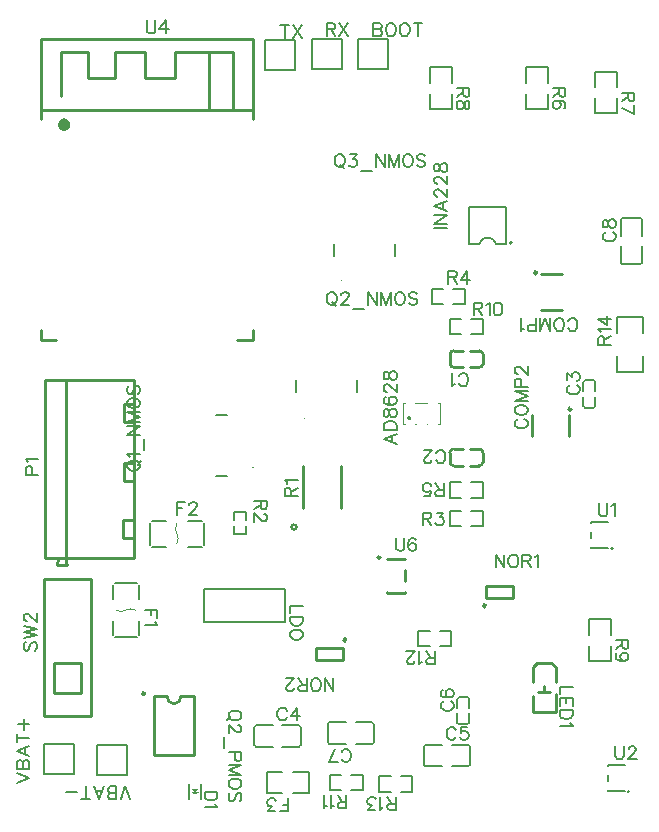
<source format=gto>
G04 Layer: TopSilkscreenLayer*
G04 EasyEDA v6.5.50, 2025-05-28 03:44:33*
G04 481f8348a4b54ded82698d34e4f8dad8,511818ccc1ea462d976f425f61ebd680,10*
G04 Gerber Generator version 0.2*
G04 Scale: 100 percent, Rotated: No, Reflected: No *
G04 Dimensions in millimeters *
G04 leading zeros omitted , absolute positions ,4 integer and 5 decimal *
%FSLAX45Y45*%
%MOMM*%

%ADD10C,0.1524*%
%ADD11C,0.1000*%
%ADD12C,0.2032*%
%ADD13C,0.2030*%
%ADD14C,0.2540*%
%ADD15C,0.1300*%
%ADD16C,0.1500*%
%ADD17C,0.1999*%
%ADD18C,0.1520*%
%ADD19C,0.0762*%
%ADD20C,0.2489*%
%ADD21C,0.1001*%
%ADD22C,0.2000*%
%ADD23C,0.2400*%
%ADD24C,0.0132*%

%LPD*%
D10*
X4596384Y6239255D02*
G01*
X4705350Y6197600D01*
X4596384Y6239255D02*
G01*
X4705350Y6280657D01*
X4669027Y6213094D02*
G01*
X4669027Y6265163D01*
X4596384Y6314947D02*
G01*
X4705350Y6314947D01*
X4596384Y6314947D02*
G01*
X4596384Y6351270D01*
X4601463Y6367018D01*
X4611877Y6377431D01*
X4622291Y6382512D01*
X4638040Y6387845D01*
X4663947Y6387845D01*
X4679441Y6382512D01*
X4689856Y6377431D01*
X4700270Y6367018D01*
X4705350Y6351270D01*
X4705350Y6314947D01*
X4596384Y6448044D02*
G01*
X4601463Y6432550D01*
X4611877Y6427215D01*
X4622291Y6427215D01*
X4632706Y6432550D01*
X4638040Y6442710D01*
X4643120Y6463537D01*
X4648200Y6479286D01*
X4658613Y6489700D01*
X4669027Y6494779D01*
X4684775Y6494779D01*
X4695190Y6489700D01*
X4700270Y6484365D01*
X4705350Y6468871D01*
X4705350Y6448044D01*
X4700270Y6432550D01*
X4695190Y6427215D01*
X4684775Y6422136D01*
X4669027Y6422136D01*
X4658613Y6427215D01*
X4648200Y6437629D01*
X4643120Y6453123D01*
X4638040Y6473952D01*
X4632706Y6484365D01*
X4622291Y6489700D01*
X4611877Y6489700D01*
X4601463Y6484365D01*
X4596384Y6468871D01*
X4596384Y6448044D01*
X4611877Y6591300D02*
G01*
X4601463Y6586220D01*
X4596384Y6570726D01*
X4596384Y6560312D01*
X4601463Y6544563D01*
X4617211Y6534150D01*
X4643120Y6529070D01*
X4669027Y6529070D01*
X4689856Y6534150D01*
X4700270Y6544563D01*
X4705350Y6560312D01*
X4705350Y6565392D01*
X4700270Y6581139D01*
X4689856Y6591300D01*
X4674361Y6596634D01*
X4669027Y6596634D01*
X4653534Y6591300D01*
X4643120Y6581139D01*
X4638040Y6565392D01*
X4638040Y6560312D01*
X4643120Y6544563D01*
X4653534Y6534150D01*
X4669027Y6529070D01*
X4622291Y6636004D02*
G01*
X4617211Y6636004D01*
X4606797Y6641337D01*
X4601463Y6646418D01*
X4596384Y6656831D01*
X4596384Y6677660D01*
X4601463Y6688073D01*
X4606797Y6693154D01*
X4617211Y6698487D01*
X4627625Y6698487D01*
X4638040Y6693154D01*
X4653534Y6682739D01*
X4705350Y6630923D01*
X4705350Y6703568D01*
X4596384Y6764020D02*
G01*
X4601463Y6748271D01*
X4611877Y6743192D01*
X4622291Y6743192D01*
X4632706Y6748271D01*
X4638040Y6758686D01*
X4643120Y6779513D01*
X4648200Y6795008D01*
X4658613Y6805421D01*
X4669027Y6810755D01*
X4684775Y6810755D01*
X4695190Y6805421D01*
X4700270Y6800342D01*
X4705350Y6784594D01*
X4705350Y6764020D01*
X4700270Y6748271D01*
X4695190Y6743192D01*
X4684775Y6737858D01*
X4669027Y6737858D01*
X4658613Y6743192D01*
X4648200Y6753605D01*
X4643120Y6769100D01*
X4638040Y6789928D01*
X4632706Y6800342D01*
X4622291Y6805421D01*
X4611877Y6805421D01*
X4601463Y6800342D01*
X4596384Y6784594D01*
X4596384Y6764020D01*
X4508500Y9757155D02*
G01*
X4508500Y9648189D01*
X4508500Y9757155D02*
G01*
X4555236Y9757155D01*
X4570729Y9752076D01*
X4576063Y9746742D01*
X4581143Y9736328D01*
X4581143Y9725913D01*
X4576063Y9715500D01*
X4570729Y9710420D01*
X4555236Y9705339D01*
X4508500Y9705339D02*
G01*
X4555236Y9705339D01*
X4570729Y9700005D01*
X4576063Y9694926D01*
X4581143Y9684512D01*
X4581143Y9668763D01*
X4576063Y9658350D01*
X4570729Y9653270D01*
X4555236Y9648189D01*
X4508500Y9648189D01*
X4646675Y9757155D02*
G01*
X4636261Y9752076D01*
X4625847Y9741662D01*
X4620768Y9731247D01*
X4615434Y9715500D01*
X4615434Y9689592D01*
X4620768Y9674097D01*
X4625847Y9663684D01*
X4636261Y9653270D01*
X4646675Y9648189D01*
X4667504Y9648189D01*
X4677918Y9653270D01*
X4688331Y9663684D01*
X4693411Y9674097D01*
X4698745Y9689592D01*
X4698745Y9715500D01*
X4693411Y9731247D01*
X4688331Y9741662D01*
X4677918Y9752076D01*
X4667504Y9757155D01*
X4646675Y9757155D01*
X4764024Y9757155D02*
G01*
X4753609Y9752076D01*
X4743450Y9741662D01*
X4738115Y9731247D01*
X4733036Y9715500D01*
X4733036Y9689592D01*
X4738115Y9674097D01*
X4743450Y9663684D01*
X4753609Y9653270D01*
X4764024Y9648189D01*
X4784852Y9648189D01*
X4795265Y9653270D01*
X4805679Y9663684D01*
X4810759Y9674097D01*
X4816093Y9689592D01*
X4816093Y9715500D01*
X4810759Y9731247D01*
X4805679Y9741662D01*
X4795265Y9752076D01*
X4784852Y9757155D01*
X4764024Y9757155D01*
X4886706Y9757155D02*
G01*
X4886706Y9648189D01*
X4850384Y9757155D02*
G01*
X4923027Y9757155D01*
X4114800Y9757155D02*
G01*
X4114800Y9648189D01*
X4114800Y9757155D02*
G01*
X4161536Y9757155D01*
X4177029Y9752076D01*
X4182363Y9746742D01*
X4187443Y9736328D01*
X4187443Y9725913D01*
X4182363Y9715500D01*
X4177029Y9710420D01*
X4161536Y9705339D01*
X4114800Y9705339D01*
X4151122Y9705339D02*
G01*
X4187443Y9648189D01*
X4221734Y9757155D02*
G01*
X4294631Y9648189D01*
X4294631Y9757155D02*
G01*
X4221734Y9648189D01*
X3757422Y9744455D02*
G01*
X3757422Y9635489D01*
X3721100Y9744455D02*
G01*
X3793743Y9744455D01*
X3828034Y9744455D02*
G01*
X3900931Y9635489D01*
X3900931Y9744455D02*
G01*
X3828034Y9635489D01*
X1488084Y3327400D02*
G01*
X1597050Y3369055D01*
X1488084Y3410457D02*
G01*
X1597050Y3369055D01*
X1488084Y3444747D02*
G01*
X1597050Y3444747D01*
X1488084Y3444747D02*
G01*
X1488084Y3491484D01*
X1493164Y3507231D01*
X1498498Y3512312D01*
X1508912Y3517645D01*
X1519326Y3517645D01*
X1529740Y3512312D01*
X1534820Y3507231D01*
X1539900Y3491484D01*
X1539900Y3444747D02*
G01*
X1539900Y3491484D01*
X1545234Y3507231D01*
X1550314Y3512312D01*
X1560728Y3517645D01*
X1576476Y3517645D01*
X1586890Y3512312D01*
X1591970Y3507231D01*
X1597050Y3491484D01*
X1597050Y3444747D01*
X1488084Y3593337D02*
G01*
X1597050Y3551936D01*
X1488084Y3593337D02*
G01*
X1597050Y3634994D01*
X1560728Y3567429D02*
G01*
X1560728Y3619500D01*
X1488084Y3705605D02*
G01*
X1597050Y3705605D01*
X1488084Y3669284D02*
G01*
X1488084Y3741928D01*
X1503578Y3822954D02*
G01*
X1597050Y3822954D01*
X1550314Y3776218D02*
G01*
X1550314Y3869689D01*
X2451100Y3186684D02*
G01*
X2409443Y3295650D01*
X2368041Y3186684D02*
G01*
X2409443Y3295650D01*
X2333752Y3186684D02*
G01*
X2333752Y3295650D01*
X2333752Y3186684D02*
G01*
X2287015Y3186684D01*
X2271268Y3191763D01*
X2266188Y3197097D01*
X2260854Y3207512D01*
X2260854Y3217926D01*
X2266188Y3228339D01*
X2271268Y3233420D01*
X2287015Y3238500D01*
X2333752Y3238500D02*
G01*
X2287015Y3238500D01*
X2271268Y3243834D01*
X2266188Y3248913D01*
X2260854Y3259328D01*
X2260854Y3275076D01*
X2266188Y3285489D01*
X2271268Y3290570D01*
X2287015Y3295650D01*
X2333752Y3295650D01*
X2185161Y3186684D02*
G01*
X2226563Y3295650D01*
X2185161Y3186684D02*
G01*
X2143506Y3295650D01*
X2211070Y3259328D02*
G01*
X2159000Y3259328D01*
X2072893Y3186684D02*
G01*
X2072893Y3295650D01*
X2109215Y3186684D02*
G01*
X2036572Y3186684D01*
X2002281Y3248913D02*
G01*
X1908810Y3248913D01*
X5231963Y6709410D02*
G01*
X5237297Y6698995D01*
X5247711Y6688581D01*
X5257871Y6683502D01*
X5278699Y6683502D01*
X5289113Y6688581D01*
X5299527Y6698995D01*
X5304861Y6709410D01*
X5309941Y6725158D01*
X5309941Y6751065D01*
X5304861Y6766560D01*
X5299527Y6776973D01*
X5289113Y6787387D01*
X5278699Y6792468D01*
X5257871Y6792468D01*
X5247711Y6787387D01*
X5237297Y6776973D01*
X5231963Y6766560D01*
X5197673Y6704329D02*
G01*
X5187259Y6698995D01*
X5171765Y6683502D01*
X5171765Y6792468D01*
X5040122Y6057392D02*
G01*
X5045456Y6046978D01*
X5055870Y6036563D01*
X5066029Y6031484D01*
X5086858Y6031484D01*
X5097272Y6036563D01*
X5107686Y6046978D01*
X5113020Y6057392D01*
X5118100Y6073139D01*
X5118100Y6099047D01*
X5113020Y6114542D01*
X5107686Y6124955D01*
X5097272Y6135370D01*
X5086858Y6140450D01*
X5066029Y6140450D01*
X5055870Y6135370D01*
X5045456Y6124955D01*
X5040122Y6114542D01*
X5000752Y6057392D02*
G01*
X5000752Y6052312D01*
X4995418Y6041897D01*
X4990338Y6036563D01*
X4979924Y6031484D01*
X4959095Y6031484D01*
X4948681Y6036563D01*
X4943602Y6041897D01*
X4938268Y6052312D01*
X4938268Y6062726D01*
X4943602Y6073139D01*
X4954015Y6088634D01*
X5005831Y6140450D01*
X4933188Y6140450D01*
X6171691Y6694678D02*
G01*
X6161277Y6689344D01*
X6150863Y6678929D01*
X6145784Y6668770D01*
X6145784Y6647942D01*
X6150863Y6637528D01*
X6161277Y6627113D01*
X6171691Y6621779D01*
X6187440Y6616700D01*
X6213347Y6616700D01*
X6228841Y6621779D01*
X6239256Y6627113D01*
X6249670Y6637528D01*
X6254750Y6647942D01*
X6254750Y6668770D01*
X6249670Y6678929D01*
X6239256Y6689344D01*
X6228841Y6694678D01*
X6145784Y6739381D02*
G01*
X6145784Y6796531D01*
X6187440Y6765289D01*
X6187440Y6780784D01*
X6192520Y6791197D01*
X6197600Y6796531D01*
X6213347Y6801612D01*
X6223761Y6801612D01*
X6239256Y6796531D01*
X6249670Y6786118D01*
X6254750Y6770370D01*
X6254750Y6754876D01*
X6249670Y6739381D01*
X6244590Y6734047D01*
X6234175Y6728968D01*
X5104891Y4014978D02*
G01*
X5094477Y4009644D01*
X5084063Y3999229D01*
X5078984Y3989070D01*
X5078984Y3968242D01*
X5084063Y3957828D01*
X5094477Y3947413D01*
X5104891Y3942079D01*
X5120640Y3937000D01*
X5146547Y3937000D01*
X5162041Y3942079D01*
X5172456Y3947413D01*
X5182870Y3957828D01*
X5187950Y3968242D01*
X5187950Y3989070D01*
X5182870Y3999229D01*
X5172456Y4009644D01*
X5162041Y4014978D01*
X5094477Y4111497D02*
G01*
X5084063Y4106418D01*
X5078984Y4090670D01*
X5078984Y4080510D01*
X5084063Y4064762D01*
X5099811Y4054347D01*
X5125720Y4049268D01*
X5151627Y4049268D01*
X5172456Y4054347D01*
X5182870Y4064762D01*
X5187950Y4080510D01*
X5187950Y4085589D01*
X5182870Y4101084D01*
X5172456Y4111497D01*
X5156961Y4116831D01*
X5151627Y4116831D01*
X5136134Y4111497D01*
X5125720Y4101084D01*
X5120640Y4085589D01*
X5120640Y4080510D01*
X5125720Y4064762D01*
X5136134Y4054347D01*
X5151627Y4049268D01*
X3773677Y3937507D02*
G01*
X3768343Y3947921D01*
X3757929Y3958336D01*
X3747770Y3963415D01*
X3726941Y3963415D01*
X3716527Y3958336D01*
X3706113Y3947921D01*
X3700779Y3937507D01*
X3695700Y3921760D01*
X3695700Y3895852D01*
X3700779Y3880357D01*
X3706113Y3869944D01*
X3716527Y3859529D01*
X3726941Y3854450D01*
X3747770Y3854450D01*
X3757929Y3859529D01*
X3768343Y3869944D01*
X3773677Y3880357D01*
X3859784Y3963415D02*
G01*
X3807968Y3890771D01*
X3885945Y3890771D01*
X3859784Y3963415D02*
G01*
X3859784Y3854450D01*
X5208777Y3772407D02*
G01*
X5203443Y3782821D01*
X5193029Y3793236D01*
X5182870Y3798315D01*
X5162041Y3798315D01*
X5151627Y3793236D01*
X5141213Y3782821D01*
X5135879Y3772407D01*
X5130800Y3756660D01*
X5130800Y3730752D01*
X5135879Y3715257D01*
X5141213Y3704844D01*
X5151627Y3694429D01*
X5162041Y3689350D01*
X5182870Y3689350D01*
X5193029Y3694429D01*
X5203443Y3704844D01*
X5208777Y3715257D01*
X5305297Y3798315D02*
G01*
X5253481Y3798315D01*
X5248147Y3751579D01*
X5253481Y3756660D01*
X5268975Y3761994D01*
X5284470Y3761994D01*
X5300218Y3756660D01*
X5310631Y3746500D01*
X5315711Y3730752D01*
X5315711Y3720337D01*
X5310631Y3704844D01*
X5300218Y3694429D01*
X5284470Y3689350D01*
X5268975Y3689350D01*
X5253481Y3694429D01*
X5248147Y3699510D01*
X5243068Y3709923D01*
X4240022Y3530092D02*
G01*
X4245356Y3519678D01*
X4255770Y3509263D01*
X4265929Y3504184D01*
X4286758Y3504184D01*
X4297172Y3509263D01*
X4307586Y3519678D01*
X4312920Y3530092D01*
X4318000Y3545839D01*
X4318000Y3571747D01*
X4312920Y3587242D01*
X4307586Y3597655D01*
X4297172Y3608070D01*
X4286758Y3613150D01*
X4265929Y3613150D01*
X4255770Y3608070D01*
X4245356Y3597655D01*
X4240022Y3587242D01*
X4133088Y3504184D02*
G01*
X4184904Y3613150D01*
X4205731Y3504184D02*
G01*
X4133088Y3504184D01*
X6476491Y7990078D02*
G01*
X6466077Y7984744D01*
X6455663Y7974329D01*
X6450584Y7964170D01*
X6450584Y7943342D01*
X6455663Y7932928D01*
X6466077Y7922513D01*
X6476491Y7917179D01*
X6492240Y7912100D01*
X6518147Y7912100D01*
X6533641Y7917179D01*
X6544056Y7922513D01*
X6554470Y7932928D01*
X6559550Y7943342D01*
X6559550Y7964170D01*
X6554470Y7974329D01*
X6544056Y7984744D01*
X6533641Y7990078D01*
X6450584Y8050276D02*
G01*
X6455663Y8034781D01*
X6466077Y8029447D01*
X6476491Y8029447D01*
X6486906Y8034781D01*
X6492240Y8045195D01*
X6497320Y8065770D01*
X6502400Y8081518D01*
X6512813Y8091931D01*
X6523227Y8097012D01*
X6538975Y8097012D01*
X6549390Y8091931D01*
X6554470Y8086597D01*
X6559550Y8071104D01*
X6559550Y8050276D01*
X6554470Y8034781D01*
X6549390Y8029447D01*
X6538975Y8024368D01*
X6523227Y8024368D01*
X6512813Y8029447D01*
X6502400Y8039862D01*
X6497320Y8055610D01*
X6492240Y8076184D01*
X6486906Y8086597D01*
X6476491Y8091931D01*
X6466077Y8091931D01*
X6455663Y8086597D01*
X6450584Y8071104D01*
X6450584Y8050276D01*
X6157722Y7174992D02*
G01*
X6163056Y7164578D01*
X6173470Y7154163D01*
X6183629Y7149084D01*
X6204458Y7149084D01*
X6214872Y7154163D01*
X6225286Y7164578D01*
X6230620Y7174992D01*
X6235700Y7190739D01*
X6235700Y7216647D01*
X6230620Y7232142D01*
X6225286Y7242555D01*
X6214872Y7252970D01*
X6204458Y7258050D01*
X6183629Y7258050D01*
X6173470Y7252970D01*
X6163056Y7242555D01*
X6157722Y7232142D01*
X6092190Y7149084D02*
G01*
X6102604Y7154163D01*
X6113018Y7164578D01*
X6118352Y7174992D01*
X6123431Y7190739D01*
X6123431Y7216647D01*
X6118352Y7232142D01*
X6113018Y7242555D01*
X6102604Y7252970D01*
X6092190Y7258050D01*
X6071615Y7258050D01*
X6061202Y7252970D01*
X6050788Y7242555D01*
X6045454Y7232142D01*
X6040374Y7216647D01*
X6040374Y7190739D01*
X6045454Y7174992D01*
X6050788Y7164578D01*
X6061202Y7154163D01*
X6071615Y7149084D01*
X6092190Y7149084D01*
X6006084Y7149084D02*
G01*
X6006084Y7258050D01*
X6006084Y7149084D02*
G01*
X5964427Y7258050D01*
X5923025Y7149084D02*
G01*
X5964427Y7258050D01*
X5923025Y7149084D02*
G01*
X5923025Y7258050D01*
X5888736Y7149084D02*
G01*
X5888736Y7258050D01*
X5888736Y7149084D02*
G01*
X5842000Y7149084D01*
X5826252Y7154163D01*
X5821172Y7159497D01*
X5815838Y7169912D01*
X5815838Y7185405D01*
X5821172Y7195820D01*
X5826252Y7200900D01*
X5842000Y7206234D01*
X5888736Y7206234D01*
X5781547Y7169912D02*
G01*
X5771134Y7164578D01*
X5755640Y7149084D01*
X5755640Y7258050D01*
X5730976Y6406362D02*
G01*
X5720562Y6401028D01*
X5710148Y6390614D01*
X5705068Y6380454D01*
X5705068Y6359626D01*
X5710148Y6349212D01*
X5720562Y6338798D01*
X5730976Y6333464D01*
X5746724Y6328384D01*
X5772632Y6328384D01*
X5788126Y6333464D01*
X5798540Y6338798D01*
X5808954Y6349212D01*
X5814034Y6359626D01*
X5814034Y6380454D01*
X5808954Y6390614D01*
X5798540Y6401028D01*
X5788126Y6406362D01*
X5705068Y6471894D02*
G01*
X5710148Y6461480D01*
X5720562Y6451066D01*
X5730976Y6445732D01*
X5746724Y6440652D01*
X5772632Y6440652D01*
X5788126Y6445732D01*
X5798540Y6451066D01*
X5808954Y6461480D01*
X5814034Y6471894D01*
X5814034Y6492468D01*
X5808954Y6502882D01*
X5798540Y6513296D01*
X5788126Y6518630D01*
X5772632Y6523710D01*
X5746724Y6523710D01*
X5730976Y6518630D01*
X5720562Y6513296D01*
X5710148Y6502882D01*
X5705068Y6492468D01*
X5705068Y6471894D01*
X5705068Y6558000D02*
G01*
X5814034Y6558000D01*
X5705068Y6558000D02*
G01*
X5814034Y6599656D01*
X5705068Y6641058D02*
G01*
X5814034Y6599656D01*
X5705068Y6641058D02*
G01*
X5814034Y6641058D01*
X5705068Y6675348D02*
G01*
X5814034Y6675348D01*
X5705068Y6675348D02*
G01*
X5705068Y6722084D01*
X5710148Y6737832D01*
X5715482Y6742912D01*
X5725896Y6748246D01*
X5741390Y6748246D01*
X5751804Y6742912D01*
X5756884Y6737832D01*
X5762218Y6722084D01*
X5762218Y6675348D01*
X5730976Y6787616D02*
G01*
X5725896Y6787616D01*
X5715482Y6792950D01*
X5710148Y6798030D01*
X5705068Y6808444D01*
X5705068Y6829272D01*
X5710148Y6839686D01*
X5715482Y6844766D01*
X5725896Y6850100D01*
X5736310Y6850100D01*
X5746724Y6844766D01*
X5762218Y6834352D01*
X5814034Y6782536D01*
X5814034Y6855180D01*
X3188715Y3251212D02*
G01*
X3079750Y3251212D01*
X3188715Y3251212D02*
G01*
X3188715Y3214890D01*
X3183636Y3199142D01*
X3173222Y3188982D01*
X3162808Y3183648D01*
X3147059Y3178568D01*
X3121152Y3178568D01*
X3105658Y3183648D01*
X3095243Y3188982D01*
X3084829Y3199142D01*
X3079750Y3214890D01*
X3079750Y3251212D01*
X3167888Y3144278D02*
G01*
X3173222Y3133864D01*
X3188715Y3118116D01*
X3079750Y3118116D01*
X2680715Y4787900D02*
G01*
X2571750Y4787900D01*
X2680715Y4787900D02*
G01*
X2680715Y4720336D01*
X2628900Y4787900D02*
G01*
X2628900Y4746244D01*
X2659888Y4686045D02*
G01*
X2665222Y4675631D01*
X2680715Y4660137D01*
X2571750Y4660137D01*
X2844800Y5703315D02*
G01*
X2844800Y5594350D01*
X2844800Y5703315D02*
G01*
X2912363Y5703315D01*
X2844800Y5651500D02*
G01*
X2886456Y5651500D01*
X2951734Y5677407D02*
G01*
X2951734Y5682487D01*
X2957068Y5692902D01*
X2962147Y5698236D01*
X2972561Y5703315D01*
X2993390Y5703315D01*
X3003804Y5698236D01*
X3008884Y5692902D01*
X3014218Y5682487D01*
X3014218Y5672073D01*
X3008884Y5661660D01*
X2998470Y5646165D01*
X2946654Y5594350D01*
X3019297Y5594350D01*
X3784600Y3085084D02*
G01*
X3784600Y3194050D01*
X3784600Y3085084D02*
G01*
X3717036Y3085084D01*
X3784600Y3136900D02*
G01*
X3742943Y3136900D01*
X3672331Y3085084D02*
G01*
X3615181Y3085084D01*
X3646424Y3126739D01*
X3630929Y3126739D01*
X3620515Y3131820D01*
X3615181Y3136900D01*
X3610102Y3152647D01*
X3610102Y3163062D01*
X3615181Y3178555D01*
X3625595Y3188970D01*
X3641090Y3194050D01*
X3656838Y3194050D01*
X3672331Y3188970D01*
X3677665Y3183889D01*
X3682745Y3173476D01*
X6135115Y9207500D02*
G01*
X6026150Y9207500D01*
X6135115Y9207500D02*
G01*
X6135115Y9160763D01*
X6130036Y9145270D01*
X6124702Y9139936D01*
X6114288Y9134855D01*
X6103874Y9134855D01*
X6093459Y9139936D01*
X6088379Y9145270D01*
X6083300Y9160763D01*
X6083300Y9207500D01*
X6083300Y9171178D02*
G01*
X6026150Y9134855D01*
X6119622Y9038081D02*
G01*
X6130036Y9043415D01*
X6135115Y9058910D01*
X6135115Y9069324D01*
X6130036Y9084818D01*
X6114288Y9095231D01*
X6088379Y9100565D01*
X6062472Y9100565D01*
X6041643Y9095231D01*
X6031229Y9084818D01*
X6026150Y9069324D01*
X6026150Y9063989D01*
X6031229Y9048495D01*
X6041643Y9038081D01*
X6057138Y9033002D01*
X6062472Y9033002D01*
X6077965Y9038081D01*
X6088379Y9048495D01*
X6093459Y9063989D01*
X6093459Y9069324D01*
X6088379Y9084818D01*
X6077965Y9095231D01*
X6062472Y9100565D01*
X6719315Y9169400D02*
G01*
X6610350Y9169400D01*
X6719315Y9169400D02*
G01*
X6719315Y9122663D01*
X6714236Y9107170D01*
X6708902Y9101836D01*
X6698488Y9096755D01*
X6688074Y9096755D01*
X6677659Y9101836D01*
X6672579Y9107170D01*
X6667500Y9122663D01*
X6667500Y9169400D01*
X6667500Y9133078D02*
G01*
X6610350Y9096755D01*
X6719315Y8989568D02*
G01*
X6610350Y9041637D01*
X6719315Y9062465D02*
G01*
X6719315Y8989568D01*
X5322315Y9207500D02*
G01*
X5213350Y9207500D01*
X5322315Y9207500D02*
G01*
X5322315Y9160763D01*
X5317236Y9145270D01*
X5311902Y9139936D01*
X5301488Y9134855D01*
X5291074Y9134855D01*
X5280659Y9139936D01*
X5275579Y9145270D01*
X5270500Y9160763D01*
X5270500Y9207500D01*
X5270500Y9171178D02*
G01*
X5213350Y9134855D01*
X5322315Y9074404D02*
G01*
X5317236Y9090152D01*
X5306822Y9095231D01*
X5296408Y9095231D01*
X5285993Y9090152D01*
X5280659Y9079737D01*
X5275579Y9058910D01*
X5270500Y9043415D01*
X5260086Y9033002D01*
X5249672Y9027668D01*
X5233924Y9027668D01*
X5223509Y9033002D01*
X5218429Y9038081D01*
X5213350Y9053829D01*
X5213350Y9074404D01*
X5218429Y9090152D01*
X5223509Y9095231D01*
X5233924Y9100565D01*
X5249672Y9100565D01*
X5260086Y9095231D01*
X5270500Y9084818D01*
X5275579Y9069324D01*
X5280659Y9048495D01*
X5285993Y9038081D01*
X5296408Y9033002D01*
X5306822Y9033002D01*
X5317236Y9038081D01*
X5322315Y9053829D01*
X5322315Y9074404D01*
X6668515Y4533900D02*
G01*
X6559550Y4533900D01*
X6668515Y4533900D02*
G01*
X6668515Y4487163D01*
X6663436Y4471670D01*
X6658102Y4466336D01*
X6647688Y4461255D01*
X6637274Y4461255D01*
X6626859Y4466336D01*
X6621779Y4471670D01*
X6616700Y4487163D01*
X6616700Y4533900D01*
X6616700Y4497578D02*
G01*
X6559550Y4461255D01*
X6632193Y4359402D02*
G01*
X6616700Y4364481D01*
X6606286Y4374895D01*
X6600952Y4390389D01*
X6600952Y4395723D01*
X6606286Y4411218D01*
X6616700Y4421631D01*
X6632193Y4426965D01*
X6637274Y4426965D01*
X6653022Y4421631D01*
X6663436Y4411218D01*
X6668515Y4395723D01*
X6668515Y4390389D01*
X6663436Y4374895D01*
X6653022Y4364481D01*
X6632193Y4359402D01*
X6606286Y4359402D01*
X6580124Y4364481D01*
X6564629Y4374895D01*
X6559550Y4390389D01*
X6559550Y4400804D01*
X6564629Y4416552D01*
X6575043Y4421631D01*
X5024932Y8026158D02*
G01*
X5133898Y8026158D01*
X5024932Y8060448D02*
G01*
X5133898Y8060448D01*
X5024932Y8060448D02*
G01*
X5133898Y8133092D01*
X5024932Y8133092D02*
G01*
X5133898Y8133092D01*
X5024932Y8209038D02*
G01*
X5133898Y8167382D01*
X5024932Y8209038D02*
G01*
X5133898Y8250694D01*
X5097576Y8183130D02*
G01*
X5097576Y8234946D01*
X5050840Y8290064D02*
G01*
X5045760Y8290064D01*
X5035346Y8295398D01*
X5030012Y8300478D01*
X5024932Y8310892D01*
X5024932Y8331720D01*
X5030012Y8342134D01*
X5035346Y8347214D01*
X5045760Y8352548D01*
X5056174Y8352548D01*
X5066588Y8347214D01*
X5082082Y8336800D01*
X5133898Y8284984D01*
X5133898Y8357628D01*
X5050840Y8396998D02*
G01*
X5045760Y8396998D01*
X5035346Y8402332D01*
X5030012Y8407412D01*
X5024932Y8417826D01*
X5024932Y8438654D01*
X5030012Y8449068D01*
X5035346Y8454148D01*
X5045760Y8459482D01*
X5056174Y8459482D01*
X5066588Y8454148D01*
X5082082Y8443988D01*
X5133898Y8391918D01*
X5133898Y8464562D01*
X5024932Y8525014D02*
G01*
X5030012Y8509266D01*
X5040426Y8504186D01*
X5050840Y8504186D01*
X5061254Y8509266D01*
X5066588Y8519680D01*
X5071668Y8540508D01*
X5076748Y8556002D01*
X5087162Y8566416D01*
X5097576Y8571750D01*
X5113324Y8571750D01*
X5123738Y8566416D01*
X5128818Y8561336D01*
X5133898Y8545588D01*
X5133898Y8525014D01*
X5128818Y8509266D01*
X5123738Y8504186D01*
X5113324Y8498852D01*
X5097576Y8498852D01*
X5087162Y8504186D01*
X5076748Y8514600D01*
X5071668Y8530094D01*
X5066588Y8550922D01*
X5061254Y8561336D01*
X5050840Y8566416D01*
X5040426Y8566416D01*
X5030012Y8561336D01*
X5024932Y8545588D01*
X5024932Y8525014D01*
X3912615Y4826000D02*
G01*
X3803650Y4826000D01*
X3803650Y4826000D02*
G01*
X3803650Y4763770D01*
X3912615Y4729479D02*
G01*
X3803650Y4729479D01*
X3912615Y4729479D02*
G01*
X3912615Y4692904D01*
X3907536Y4677410D01*
X3897122Y4666995D01*
X3886708Y4661915D01*
X3870959Y4656581D01*
X3845052Y4656581D01*
X3829558Y4661915D01*
X3819143Y4666995D01*
X3808729Y4677410D01*
X3803650Y4692904D01*
X3803650Y4729479D01*
X3912615Y4591050D02*
G01*
X3907536Y4601463D01*
X3897122Y4611878D01*
X3886708Y4617212D01*
X3870959Y4622292D01*
X3845052Y4622292D01*
X3829558Y4617212D01*
X3819143Y4611878D01*
X3808729Y4601463D01*
X3803650Y4591050D01*
X3803650Y4570476D01*
X3808729Y4560062D01*
X3819143Y4549647D01*
X3829558Y4544313D01*
X3845052Y4539234D01*
X3870959Y4539234D01*
X3886708Y4544313D01*
X3897122Y4549647D01*
X3907536Y4560062D01*
X3912615Y4570476D01*
X3912615Y4591050D01*
X6194816Y4137995D02*
G01*
X6085850Y4137995D01*
X6085850Y4137995D02*
G01*
X6085850Y4075765D01*
X6194816Y4041475D02*
G01*
X6085850Y4041475D01*
X6194816Y4041475D02*
G01*
X6194816Y3973911D01*
X6143000Y4041475D02*
G01*
X6143000Y3999819D01*
X6085850Y4041475D02*
G01*
X6085850Y3973911D01*
X6194816Y3939621D02*
G01*
X6085850Y3939621D01*
X6194816Y3939621D02*
G01*
X6194816Y3903045D01*
X6189736Y3887551D01*
X6179322Y3877137D01*
X6168908Y3872057D01*
X6153160Y3866723D01*
X6127252Y3866723D01*
X6111758Y3872057D01*
X6101344Y3877137D01*
X6090930Y3887551D01*
X6085850Y3903045D01*
X6085850Y3939621D01*
X6173988Y3832433D02*
G01*
X6179322Y3822019D01*
X6194816Y3806525D01*
X6085850Y3806525D01*
X5544820Y5258815D02*
G01*
X5544820Y5149850D01*
X5544820Y5258815D02*
G01*
X5617463Y5149850D01*
X5617463Y5258815D02*
G01*
X5617463Y5149850D01*
X5682995Y5258815D02*
G01*
X5672581Y5253736D01*
X5662168Y5243321D01*
X5657088Y5232907D01*
X5651754Y5217160D01*
X5651754Y5191252D01*
X5657088Y5175757D01*
X5662168Y5165344D01*
X5672581Y5154929D01*
X5682995Y5149850D01*
X5703824Y5149850D01*
X5714238Y5154929D01*
X5724652Y5165344D01*
X5729731Y5175757D01*
X5735065Y5191252D01*
X5735065Y5217160D01*
X5729731Y5232907D01*
X5724652Y5243321D01*
X5714238Y5253736D01*
X5703824Y5258815D01*
X5682995Y5258815D01*
X5769356Y5258815D02*
G01*
X5769356Y5149850D01*
X5769356Y5258815D02*
G01*
X5816091Y5258815D01*
X5831586Y5253736D01*
X5836920Y5248402D01*
X5842000Y5237987D01*
X5842000Y5227573D01*
X5836920Y5217160D01*
X5831586Y5212079D01*
X5816091Y5207000D01*
X5769356Y5207000D01*
X5805677Y5207000D02*
G01*
X5842000Y5149850D01*
X5876290Y5237987D02*
G01*
X5886704Y5243321D01*
X5902197Y5258815D01*
X5902197Y5149850D01*
X4170679Y4101084D02*
G01*
X4170679Y4210050D01*
X4170679Y4101084D02*
G01*
X4098036Y4210050D01*
X4098036Y4101084D02*
G01*
X4098036Y4210050D01*
X4032504Y4101084D02*
G01*
X4042918Y4106163D01*
X4053331Y4116578D01*
X4058411Y4126992D01*
X4063745Y4142739D01*
X4063745Y4168647D01*
X4058411Y4184142D01*
X4053331Y4194555D01*
X4042918Y4204970D01*
X4032504Y4210050D01*
X4011675Y4210050D01*
X4001261Y4204970D01*
X3990847Y4194555D01*
X3985768Y4184142D01*
X3980434Y4168647D01*
X3980434Y4142739D01*
X3985768Y4126992D01*
X3990847Y4116578D01*
X4001261Y4106163D01*
X4011675Y4101084D01*
X4032504Y4101084D01*
X3946143Y4101084D02*
G01*
X3946143Y4210050D01*
X3946143Y4101084D02*
G01*
X3899408Y4101084D01*
X3883913Y4106163D01*
X3878579Y4111497D01*
X3873500Y4121912D01*
X3873500Y4132326D01*
X3878579Y4142739D01*
X3883913Y4147820D01*
X3899408Y4152900D01*
X3946143Y4152900D01*
X3909822Y4152900D02*
G01*
X3873500Y4210050D01*
X3834129Y4126992D02*
G01*
X3834129Y4121912D01*
X3828795Y4111497D01*
X3823715Y4106163D01*
X3813302Y4101084D01*
X3792474Y4101084D01*
X3782059Y4106163D01*
X3776979Y4111497D01*
X3771645Y4121912D01*
X3771645Y4132326D01*
X3776979Y4142739D01*
X3787140Y4158234D01*
X3839209Y4210050D01*
X3766565Y4210050D01*
X1563646Y5933787D02*
G01*
X1672612Y5933787D01*
X1563646Y5933787D02*
G01*
X1563646Y5980523D01*
X1568726Y5996017D01*
X1574060Y6001351D01*
X1584474Y6006431D01*
X1599968Y6006431D01*
X1610382Y6001351D01*
X1615462Y5996017D01*
X1620796Y5980523D01*
X1620796Y5933787D01*
X1584474Y6040721D02*
G01*
X1579140Y6051135D01*
X1563646Y6066883D01*
X1672612Y6066883D01*
X2424684Y6000242D02*
G01*
X2429763Y5989828D01*
X2440177Y5979413D01*
X2450591Y5974079D01*
X2466340Y5969000D01*
X2492247Y5969000D01*
X2507741Y5974079D01*
X2518156Y5979413D01*
X2528570Y5989828D01*
X2533650Y6000242D01*
X2533650Y6021070D01*
X2528570Y6031229D01*
X2518156Y6041644D01*
X2507741Y6046978D01*
X2492247Y6052057D01*
X2466340Y6052057D01*
X2450591Y6046978D01*
X2440177Y6041644D01*
X2429763Y6031229D01*
X2424684Y6021070D01*
X2424684Y6000242D01*
X2513075Y6015736D02*
G01*
X2544063Y6046978D01*
X2445511Y6086347D02*
G01*
X2440177Y6096762D01*
X2424684Y6112510D01*
X2533650Y6112510D01*
X2570225Y6146800D02*
G01*
X2570225Y6240271D01*
X2424684Y6274562D02*
G01*
X2533650Y6274562D01*
X2424684Y6274562D02*
G01*
X2533650Y6347205D01*
X2424684Y6347205D02*
G01*
X2533650Y6347205D01*
X2424684Y6381495D02*
G01*
X2533650Y6381495D01*
X2424684Y6381495D02*
G01*
X2533650Y6423152D01*
X2424684Y6464554D02*
G01*
X2533650Y6423152D01*
X2424684Y6464554D02*
G01*
X2533650Y6464554D01*
X2424684Y6530086D02*
G01*
X2429763Y6519671D01*
X2440177Y6509257D01*
X2450591Y6504178D01*
X2466340Y6498844D01*
X2492247Y6498844D01*
X2507741Y6504178D01*
X2518156Y6509257D01*
X2528570Y6519671D01*
X2533650Y6530086D01*
X2533650Y6550913D01*
X2528570Y6561328D01*
X2518156Y6571742D01*
X2507741Y6576821D01*
X2492247Y6582155D01*
X2466340Y6582155D01*
X2450591Y6576821D01*
X2440177Y6571742D01*
X2429763Y6561328D01*
X2424684Y6550913D01*
X2424684Y6530086D01*
X2440177Y6689089D02*
G01*
X2429763Y6678676D01*
X2424684Y6663181D01*
X2424684Y6642354D01*
X2429763Y6626860D01*
X2440177Y6616445D01*
X2450591Y6616445D01*
X2461006Y6621526D01*
X2466340Y6626860D01*
X2471420Y6637020D01*
X2481834Y6668262D01*
X2486913Y6678676D01*
X2492247Y6684010D01*
X2502661Y6689089D01*
X2518156Y6689089D01*
X2528570Y6678676D01*
X2533650Y6663181D01*
X2533650Y6642354D01*
X2528570Y6626860D01*
X2518156Y6616445D01*
X4146041Y7481315D02*
G01*
X4135627Y7476236D01*
X4125213Y7465821D01*
X4119879Y7455408D01*
X4114800Y7439660D01*
X4114800Y7413752D01*
X4119879Y7398258D01*
X4125213Y7387844D01*
X4135627Y7377429D01*
X4146041Y7372350D01*
X4166870Y7372350D01*
X4177029Y7377429D01*
X4187443Y7387844D01*
X4192777Y7398258D01*
X4197858Y7413752D01*
X4197858Y7439660D01*
X4192777Y7455408D01*
X4187443Y7465821D01*
X4177029Y7476236D01*
X4166870Y7481315D01*
X4146041Y7481315D01*
X4161536Y7392923D02*
G01*
X4192777Y7361936D01*
X4237481Y7455408D02*
G01*
X4237481Y7460487D01*
X4242561Y7470902D01*
X4247895Y7476236D01*
X4258309Y7481315D01*
X4278884Y7481315D01*
X4289297Y7476236D01*
X4294631Y7470902D01*
X4299711Y7460487D01*
X4299711Y7450073D01*
X4294631Y7439660D01*
X4284218Y7424165D01*
X4232147Y7372350D01*
X4305045Y7372350D01*
X4339336Y7335773D02*
G01*
X4432808Y7335773D01*
X4467097Y7481315D02*
G01*
X4467097Y7372350D01*
X4467097Y7481315D02*
G01*
X4539741Y7372350D01*
X4539741Y7481315D02*
G01*
X4539741Y7372350D01*
X4574031Y7481315D02*
G01*
X4574031Y7372350D01*
X4574031Y7481315D02*
G01*
X4615688Y7372350D01*
X4657090Y7481315D02*
G01*
X4615688Y7372350D01*
X4657090Y7481315D02*
G01*
X4657090Y7372350D01*
X4722622Y7481315D02*
G01*
X4712208Y7476236D01*
X4701793Y7465821D01*
X4696713Y7455408D01*
X4691379Y7439660D01*
X4691379Y7413752D01*
X4696713Y7398258D01*
X4701793Y7387844D01*
X4712208Y7377429D01*
X4722622Y7372350D01*
X4743450Y7372350D01*
X4753863Y7377429D01*
X4764277Y7387844D01*
X4769358Y7398258D01*
X4774691Y7413752D01*
X4774691Y7439660D01*
X4769358Y7455408D01*
X4764277Y7465821D01*
X4753863Y7476236D01*
X4743450Y7481315D01*
X4722622Y7481315D01*
X4881625Y7465821D02*
G01*
X4871211Y7476236D01*
X4855718Y7481315D01*
X4834890Y7481315D01*
X4819395Y7476236D01*
X4808981Y7465821D01*
X4808981Y7455408D01*
X4814061Y7444994D01*
X4819395Y7439660D01*
X4829809Y7434579D01*
X4860797Y7424165D01*
X4871211Y7419086D01*
X4876545Y7413752D01*
X4881625Y7403337D01*
X4881625Y7387844D01*
X4871211Y7377429D01*
X4855718Y7372350D01*
X4834890Y7372350D01*
X4819395Y7377429D01*
X4808981Y7387844D01*
X4214042Y8648700D02*
G01*
X4203628Y8643620D01*
X4193214Y8633205D01*
X4187880Y8622792D01*
X4182800Y8607044D01*
X4182800Y8581136D01*
X4187880Y8565642D01*
X4193214Y8555228D01*
X4203628Y8544813D01*
X4214042Y8539734D01*
X4234870Y8539734D01*
X4245030Y8544813D01*
X4255444Y8555228D01*
X4260778Y8565642D01*
X4265858Y8581136D01*
X4265858Y8607044D01*
X4260778Y8622792D01*
X4255444Y8633205D01*
X4245030Y8643620D01*
X4234870Y8648700D01*
X4214042Y8648700D01*
X4229536Y8560308D02*
G01*
X4260778Y8529320D01*
X4310562Y8648700D02*
G01*
X4367712Y8648700D01*
X4336470Y8607044D01*
X4352218Y8607044D01*
X4362632Y8601963D01*
X4367712Y8596884D01*
X4373046Y8581136D01*
X4373046Y8570721D01*
X4367712Y8555228D01*
X4357298Y8544813D01*
X4341804Y8539734D01*
X4326310Y8539734D01*
X4310562Y8544813D01*
X4305482Y8549894D01*
X4300148Y8560308D01*
X4407336Y8503158D02*
G01*
X4500808Y8503158D01*
X4535098Y8648700D02*
G01*
X4535098Y8539734D01*
X4535098Y8648700D02*
G01*
X4607742Y8539734D01*
X4607742Y8648700D02*
G01*
X4607742Y8539734D01*
X4642032Y8648700D02*
G01*
X4642032Y8539734D01*
X4642032Y8648700D02*
G01*
X4683688Y8539734D01*
X4725090Y8648700D02*
G01*
X4683688Y8539734D01*
X4725090Y8648700D02*
G01*
X4725090Y8539734D01*
X4790622Y8648700D02*
G01*
X4780208Y8643620D01*
X4769794Y8633205D01*
X4764714Y8622792D01*
X4759380Y8607044D01*
X4759380Y8581136D01*
X4764714Y8565642D01*
X4769794Y8555228D01*
X4780208Y8544813D01*
X4790622Y8539734D01*
X4811450Y8539734D01*
X4821864Y8544813D01*
X4832278Y8555228D01*
X4837358Y8565642D01*
X4842692Y8581136D01*
X4842692Y8607044D01*
X4837358Y8622792D01*
X4832278Y8633205D01*
X4821864Y8643620D01*
X4811450Y8648700D01*
X4790622Y8648700D01*
X4949626Y8633205D02*
G01*
X4939212Y8643620D01*
X4923718Y8648700D01*
X4902890Y8648700D01*
X4887396Y8643620D01*
X4876982Y8633205D01*
X4876982Y8622792D01*
X4882062Y8612378D01*
X4887396Y8607044D01*
X4897810Y8601963D01*
X4928798Y8591550D01*
X4939212Y8586470D01*
X4944546Y8581136D01*
X4949626Y8570721D01*
X4949626Y8555228D01*
X4939212Y8544813D01*
X4923718Y8539734D01*
X4902890Y8539734D01*
X4887396Y8544813D01*
X4876982Y8555228D01*
X3391915Y3905757D02*
G01*
X3386836Y3916171D01*
X3376422Y3926586D01*
X3366008Y3931920D01*
X3350259Y3937000D01*
X3324352Y3937000D01*
X3308858Y3931920D01*
X3298443Y3926586D01*
X3288029Y3916171D01*
X3282950Y3905757D01*
X3282950Y3884929D01*
X3288029Y3874770D01*
X3298443Y3864355D01*
X3308858Y3859021D01*
X3324352Y3853942D01*
X3350259Y3853942D01*
X3366008Y3859021D01*
X3376422Y3864355D01*
X3386836Y3874770D01*
X3391915Y3884929D01*
X3391915Y3905757D01*
X3303524Y3890263D02*
G01*
X3272536Y3859021D01*
X3366008Y3814318D02*
G01*
X3371088Y3814318D01*
X3381502Y3809237D01*
X3386836Y3803904D01*
X3391915Y3793489D01*
X3391915Y3772915D01*
X3386836Y3762502D01*
X3381502Y3757168D01*
X3371088Y3752087D01*
X3360674Y3752087D01*
X3350259Y3757168D01*
X3334765Y3767581D01*
X3282950Y3819652D01*
X3282950Y3746754D01*
X3246374Y3712463D02*
G01*
X3246374Y3618992D01*
X3391915Y3584702D02*
G01*
X3282950Y3584702D01*
X3391915Y3584702D02*
G01*
X3391915Y3537965D01*
X3386836Y3522471D01*
X3381502Y3517137D01*
X3371088Y3512057D01*
X3355593Y3512057D01*
X3345179Y3517137D01*
X3340100Y3522471D01*
X3334765Y3537965D01*
X3334765Y3584702D01*
X3391915Y3477768D02*
G01*
X3282950Y3477768D01*
X3391915Y3477768D02*
G01*
X3282950Y3436112D01*
X3391915Y3394710D02*
G01*
X3282950Y3436112D01*
X3391915Y3394710D02*
G01*
X3282950Y3394710D01*
X3391915Y3329178D02*
G01*
X3386836Y3339592D01*
X3376422Y3350005D01*
X3366008Y3355086D01*
X3350259Y3360420D01*
X3324352Y3360420D01*
X3308858Y3355086D01*
X3298443Y3350005D01*
X3288029Y3339592D01*
X3282950Y3329178D01*
X3282950Y3308350D01*
X3288029Y3297936D01*
X3298443Y3287521D01*
X3308858Y3282442D01*
X3324352Y3277107D01*
X3350259Y3277107D01*
X3366008Y3282442D01*
X3376422Y3287521D01*
X3386836Y3297936D01*
X3391915Y3308350D01*
X3391915Y3329178D01*
X3376422Y3170173D02*
G01*
X3386836Y3180587D01*
X3391915Y3196081D01*
X3391915Y3216910D01*
X3386836Y3232404D01*
X3376422Y3242818D01*
X3366008Y3242818D01*
X3355593Y3237737D01*
X3350259Y3232404D01*
X3345179Y3221989D01*
X3334765Y3191002D01*
X3329686Y3180587D01*
X3324352Y3175254D01*
X3313938Y3170173D01*
X3298443Y3170173D01*
X3288029Y3180587D01*
X3282950Y3196081D01*
X3282950Y3216910D01*
X3288029Y3232404D01*
X3298443Y3242818D01*
X3758184Y5753100D02*
G01*
X3867150Y5753100D01*
X3758184Y5753100D02*
G01*
X3758184Y5799836D01*
X3763263Y5815329D01*
X3768597Y5820663D01*
X3779011Y5825744D01*
X3789425Y5825744D01*
X3799840Y5820663D01*
X3804920Y5815329D01*
X3810000Y5799836D01*
X3810000Y5753100D01*
X3810000Y5789421D02*
G01*
X3867150Y5825744D01*
X3779011Y5860034D02*
G01*
X3773677Y5870447D01*
X3758184Y5886195D01*
X3867150Y5886195D01*
X3607815Y5715000D02*
G01*
X3498850Y5715000D01*
X3607815Y5715000D02*
G01*
X3607815Y5668263D01*
X3602736Y5652770D01*
X3597402Y5647436D01*
X3586988Y5642355D01*
X3576574Y5642355D01*
X3566159Y5647436D01*
X3561079Y5652770D01*
X3556000Y5668263D01*
X3556000Y5715000D01*
X3556000Y5678678D02*
G01*
X3498850Y5642355D01*
X3581908Y5602731D02*
G01*
X3586988Y5602731D01*
X3597402Y5597652D01*
X3602736Y5592318D01*
X3607815Y5581904D01*
X3607815Y5561329D01*
X3602736Y5550915D01*
X3597402Y5545581D01*
X3586988Y5540502D01*
X3576574Y5540502D01*
X3566159Y5545581D01*
X3550665Y5555995D01*
X3498850Y5608065D01*
X3498850Y5535168D01*
X4927600Y5614415D02*
G01*
X4927600Y5505450D01*
X4927600Y5614415D02*
G01*
X4974336Y5614415D01*
X4989829Y5609336D01*
X4995163Y5604002D01*
X5000243Y5593587D01*
X5000243Y5583173D01*
X4995163Y5572760D01*
X4989829Y5567679D01*
X4974336Y5562600D01*
X4927600Y5562600D01*
X4963922Y5562600D02*
G01*
X5000243Y5505450D01*
X5044947Y5614415D02*
G01*
X5102097Y5614415D01*
X5071109Y5572760D01*
X5086604Y5572760D01*
X5097018Y5567679D01*
X5102097Y5562600D01*
X5107431Y5546852D01*
X5107431Y5536437D01*
X5102097Y5520944D01*
X5091684Y5510529D01*
X5076190Y5505450D01*
X5060695Y5505450D01*
X5044947Y5510529D01*
X5039868Y5515610D01*
X5034534Y5526023D01*
X5143500Y7659115D02*
G01*
X5143500Y7550150D01*
X5143500Y7659115D02*
G01*
X5190236Y7659115D01*
X5205729Y7654036D01*
X5211063Y7648702D01*
X5216143Y7638287D01*
X5216143Y7627873D01*
X5211063Y7617460D01*
X5205729Y7612379D01*
X5190236Y7607300D01*
X5143500Y7607300D01*
X5179822Y7607300D02*
G01*
X5216143Y7550150D01*
X5302504Y7659115D02*
G01*
X5250434Y7586471D01*
X5328411Y7586471D01*
X5302504Y7659115D02*
G01*
X5302504Y7550150D01*
X5105400Y5752084D02*
G01*
X5105400Y5861050D01*
X5105400Y5752084D02*
G01*
X5058663Y5752084D01*
X5043170Y5757163D01*
X5037836Y5762497D01*
X5032756Y5772912D01*
X5032756Y5783326D01*
X5037836Y5793739D01*
X5043170Y5798820D01*
X5058663Y5803900D01*
X5105400Y5803900D01*
X5069077Y5803900D02*
G01*
X5032756Y5861050D01*
X4935981Y5752084D02*
G01*
X4988052Y5752084D01*
X4993131Y5798820D01*
X4988052Y5793739D01*
X4972304Y5788405D01*
X4956809Y5788405D01*
X4941315Y5793739D01*
X4930902Y5803900D01*
X4925568Y5819647D01*
X4925568Y5830062D01*
X4930902Y5845555D01*
X4941315Y5855970D01*
X4956809Y5861050D01*
X4972304Y5861050D01*
X4988052Y5855970D01*
X4993131Y5850889D01*
X4998465Y5840476D01*
X5359400Y7392415D02*
G01*
X5359400Y7283450D01*
X5359400Y7392415D02*
G01*
X5406136Y7392415D01*
X5421629Y7387336D01*
X5426963Y7382002D01*
X5432043Y7371587D01*
X5432043Y7361173D01*
X5426963Y7350760D01*
X5421629Y7345679D01*
X5406136Y7340600D01*
X5359400Y7340600D01*
X5395722Y7340600D02*
G01*
X5432043Y7283450D01*
X5466334Y7371587D02*
G01*
X5476747Y7376921D01*
X5492495Y7392415D01*
X5492495Y7283450D01*
X5557774Y7392415D02*
G01*
X5542279Y7387336D01*
X5531865Y7371587D01*
X5526786Y7345679D01*
X5526786Y7330186D01*
X5531865Y7304023D01*
X5542279Y7288529D01*
X5557774Y7283450D01*
X5568188Y7283450D01*
X5583936Y7288529D01*
X5594350Y7304023D01*
X5599429Y7330186D01*
X5599429Y7345679D01*
X5594350Y7371587D01*
X5583936Y7387336D01*
X5568188Y7392415D01*
X5557774Y7392415D01*
X4279900Y3110484D02*
G01*
X4279900Y3219450D01*
X4279900Y3110484D02*
G01*
X4233163Y3110484D01*
X4217670Y3115563D01*
X4212336Y3120897D01*
X4207256Y3131312D01*
X4207256Y3141726D01*
X4212336Y3152139D01*
X4217670Y3157220D01*
X4233163Y3162300D01*
X4279900Y3162300D01*
X4243577Y3162300D02*
G01*
X4207256Y3219450D01*
X4172965Y3131312D02*
G01*
X4162552Y3125978D01*
X4146804Y3110484D01*
X4146804Y3219450D01*
X4112513Y3131312D02*
G01*
X4102100Y3125978D01*
X4086606Y3110484D01*
X4086606Y3219450D01*
X5029200Y4329684D02*
G01*
X5029200Y4438650D01*
X5029200Y4329684D02*
G01*
X4982463Y4329684D01*
X4966970Y4334763D01*
X4961636Y4340097D01*
X4956556Y4350512D01*
X4956556Y4360926D01*
X4961636Y4371339D01*
X4966970Y4376420D01*
X4982463Y4381500D01*
X5029200Y4381500D01*
X4992877Y4381500D02*
G01*
X4956556Y4438650D01*
X4922265Y4350512D02*
G01*
X4911852Y4345178D01*
X4896104Y4329684D01*
X4896104Y4438650D01*
X4856734Y4355592D02*
G01*
X4856734Y4350512D01*
X4851400Y4340097D01*
X4846320Y4334763D01*
X4835906Y4329684D01*
X4815077Y4329684D01*
X4804663Y4334763D01*
X4799584Y4340097D01*
X4794250Y4350512D01*
X4794250Y4360926D01*
X4799584Y4371339D01*
X4809997Y4386834D01*
X4861813Y4438650D01*
X4789170Y4438650D01*
X4699000Y3097784D02*
G01*
X4699000Y3206750D01*
X4699000Y3097784D02*
G01*
X4652263Y3097784D01*
X4636770Y3102863D01*
X4631436Y3108197D01*
X4626356Y3118612D01*
X4626356Y3129026D01*
X4631436Y3139439D01*
X4636770Y3144520D01*
X4652263Y3149600D01*
X4699000Y3149600D01*
X4662677Y3149600D02*
G01*
X4626356Y3206750D01*
X4592065Y3118612D02*
G01*
X4581652Y3113278D01*
X4565904Y3097784D01*
X4565904Y3206750D01*
X4521200Y3097784D02*
G01*
X4464050Y3097784D01*
X4495291Y3139439D01*
X4479797Y3139439D01*
X4469384Y3144520D01*
X4464050Y3149600D01*
X4458970Y3165347D01*
X4458970Y3175762D01*
X4464050Y3191255D01*
X4474463Y3201670D01*
X4490211Y3206750D01*
X4505706Y3206750D01*
X4521200Y3201670D01*
X4526534Y3196589D01*
X4531613Y3186176D01*
X6412484Y7035800D02*
G01*
X6521450Y7035800D01*
X6412484Y7035800D02*
G01*
X6412484Y7082536D01*
X6417563Y7098029D01*
X6422897Y7103363D01*
X6433311Y7108444D01*
X6443725Y7108444D01*
X6454140Y7103363D01*
X6459220Y7098029D01*
X6464300Y7082536D01*
X6464300Y7035800D01*
X6464300Y7072121D02*
G01*
X6521450Y7108444D01*
X6433311Y7142734D02*
G01*
X6427977Y7153147D01*
X6412484Y7168895D01*
X6521450Y7168895D01*
X6412484Y7255002D02*
G01*
X6485127Y7203186D01*
X6485127Y7280910D01*
X6412484Y7255002D02*
G01*
X6521450Y7255002D01*
X1563878Y4517631D02*
G01*
X1553463Y4507217D01*
X1548384Y4491723D01*
X1548384Y4470895D01*
X1553463Y4455401D01*
X1563878Y4444987D01*
X1574292Y4444987D01*
X1584705Y4450067D01*
X1590039Y4455401D01*
X1595120Y4465815D01*
X1605534Y4497057D01*
X1610613Y4507217D01*
X1615947Y4512551D01*
X1626362Y4517631D01*
X1641855Y4517631D01*
X1652270Y4507217D01*
X1657350Y4491723D01*
X1657350Y4470895D01*
X1652270Y4455401D01*
X1641855Y4444987D01*
X1548384Y4551921D02*
G01*
X1657350Y4578083D01*
X1548384Y4603991D02*
G01*
X1657350Y4578083D01*
X1548384Y4603991D02*
G01*
X1657350Y4629899D01*
X1548384Y4655807D02*
G01*
X1657350Y4629899D01*
X1574292Y4695431D02*
G01*
X1569212Y4695431D01*
X1558797Y4700511D01*
X1553463Y4705845D01*
X1548384Y4716259D01*
X1548384Y4737087D01*
X1553463Y4747247D01*
X1558797Y4752581D01*
X1569212Y4757661D01*
X1579626Y4757661D01*
X1590039Y4752581D01*
X1605534Y4742167D01*
X1657350Y4690097D01*
X1657350Y4762995D01*
X6417487Y5692114D02*
G01*
X6417487Y5614136D01*
X6422567Y5598642D01*
X6432981Y5588228D01*
X6448729Y5583148D01*
X6459143Y5583148D01*
X6474637Y5588228D01*
X6485051Y5598642D01*
X6490131Y5614136D01*
X6490131Y5692114D01*
X6524421Y5671286D02*
G01*
X6534835Y5676620D01*
X6550583Y5692114D01*
X6550583Y5583148D01*
X6557187Y3634714D02*
G01*
X6557187Y3556736D01*
X6562267Y3541242D01*
X6572681Y3530828D01*
X6588429Y3525748D01*
X6598843Y3525748D01*
X6614337Y3530828D01*
X6624751Y3541242D01*
X6629831Y3556736D01*
X6629831Y3634714D01*
X6669455Y3608806D02*
G01*
X6669455Y3613886D01*
X6674535Y3624300D01*
X6679869Y3629634D01*
X6690283Y3634714D01*
X6710857Y3634714D01*
X6721271Y3629634D01*
X6726605Y3624300D01*
X6731685Y3613886D01*
X6731685Y3603472D01*
X6726605Y3593058D01*
X6716191Y3577564D01*
X6664121Y3525748D01*
X6737019Y3525748D01*
X2590800Y9780511D02*
G01*
X2590800Y9702533D01*
X2595879Y9687039D01*
X2606293Y9676625D01*
X2622041Y9671545D01*
X2632456Y9671545D01*
X2647950Y9676625D01*
X2658363Y9687039D01*
X2663443Y9702533D01*
X2663443Y9780511D01*
X2749804Y9780511D02*
G01*
X2697734Y9707867D01*
X2775711Y9707867D01*
X2749804Y9780511D02*
G01*
X2749804Y9671545D01*
X4699000Y5398515D02*
G01*
X4699000Y5320537D01*
X4704079Y5305044D01*
X4714493Y5294629D01*
X4730241Y5289550D01*
X4740656Y5289550D01*
X4756150Y5294629D01*
X4766563Y5305044D01*
X4771643Y5320537D01*
X4771643Y5398515D01*
X4868418Y5383021D02*
G01*
X4863084Y5393436D01*
X4847590Y5398515D01*
X4837175Y5398515D01*
X4821681Y5393436D01*
X4811268Y5377687D01*
X4805934Y5351779D01*
X4805934Y5325871D01*
X4811268Y5305044D01*
X4821681Y5294629D01*
X4837175Y5289550D01*
X4842509Y5289550D01*
X4858004Y5294629D01*
X4868418Y5305044D01*
X4873497Y5320537D01*
X4873497Y5325871D01*
X4868418Y5341365D01*
X4858004Y5351779D01*
X4842509Y5356860D01*
X4837175Y5356860D01*
X4821681Y5351779D01*
X4811268Y5341365D01*
X4805934Y5325871D01*
G36*
X4813300Y6431178D02*
G01*
X4809439Y6430822D01*
X4805781Y6429603D01*
X4802479Y6427673D01*
X4799634Y6425031D01*
X4797501Y6421831D01*
X4796637Y6420104D01*
X4795621Y6416395D01*
X4795418Y6412534D01*
X4796028Y6408724D01*
X4796637Y6406896D01*
X4798466Y6403492D01*
X4801006Y6400596D01*
X4804105Y6398260D01*
X4805781Y6397345D01*
X4809439Y6396177D01*
X4813300Y6395821D01*
X4817160Y6396177D01*
X4820818Y6397345D01*
X4824120Y6399326D01*
X4826965Y6401968D01*
X4829098Y6405168D01*
X4829962Y6406896D01*
X4830978Y6410604D01*
X4831181Y6414465D01*
X4830572Y6418275D01*
X4829962Y6420104D01*
X4828133Y6423507D01*
X4825593Y6426403D01*
X4822494Y6428740D01*
X4818989Y6430314D01*
X4815230Y6431127D01*
G37*
G36*
X2997200Y3251200D02*
G01*
X2969260Y3228340D01*
X3025140Y3228340D01*
G37*
G36*
X2969260Y3274060D02*
G01*
X2997200Y3251200D01*
X3025140Y3274060D01*
G37*
G36*
X1890826Y8951163D02*
G01*
X1884172Y8950756D01*
X1877669Y8949486D01*
X1871319Y8947454D01*
X1865325Y8944610D01*
X1859737Y8941054D01*
X1854606Y8936837D01*
X1850085Y8932011D01*
X1846173Y8926626D01*
X1842973Y8920784D01*
X1840534Y8914638D01*
X1838858Y8908186D01*
X1838045Y8901633D01*
X1838045Y8894978D01*
X1838858Y8888374D01*
X1840534Y8881973D01*
X1842973Y8875776D01*
X1846173Y8869984D01*
X1850085Y8864600D01*
X1854606Y8859774D01*
X1859737Y8855557D01*
X1865325Y8852001D01*
X1871319Y8849156D01*
X1877669Y8847124D01*
X1884172Y8845854D01*
X1890775Y8845448D01*
X1897430Y8845854D01*
X1903933Y8847124D01*
X1910283Y8849156D01*
X1916277Y8852001D01*
X1921865Y8855557D01*
X1926996Y8859774D01*
X1931517Y8864600D01*
X1935429Y8869984D01*
X1938629Y8875776D01*
X1941068Y8881973D01*
X1942744Y8888374D01*
X1943557Y8894978D01*
X1943557Y8901633D01*
X1942744Y8908186D01*
X1941068Y8914638D01*
X1938629Y8920784D01*
X1935429Y8926626D01*
X1931517Y8932011D01*
X1926996Y8936837D01*
X1921865Y8941054D01*
X1916277Y8944610D01*
X1910283Y8947454D01*
X1903933Y8949486D01*
X1897430Y8950756D01*
G37*
D11*
X4774488Y6361602D02*
G01*
X4759893Y6361602D01*
X4869487Y6361602D02*
G01*
X4865319Y6361602D01*
X4964480Y6361602D02*
G01*
X4960315Y6361602D01*
X5069895Y6361602D02*
G01*
X5055311Y6361602D01*
X4774488Y6541604D02*
G01*
X4759893Y6541604D01*
X4964480Y6541604D02*
G01*
X4865316Y6541604D01*
X5069895Y6541604D02*
G01*
X5055308Y6541604D01*
X5069895Y6541604D02*
G01*
X5069895Y6361602D01*
X4759893Y6541604D02*
G01*
X4759893Y6361602D01*
D12*
X4635500Y9372600D02*
G01*
X4381500Y9372600D01*
X4381500Y9626600D01*
X4635500Y9626600D01*
X4635500Y9436100D01*
D13*
X4635500Y9372600D02*
G01*
X4635500Y9436100D01*
D12*
X4241800Y9372600D02*
G01*
X3987800Y9372600D01*
X3987800Y9626600D01*
X4241800Y9626600D01*
X4241800Y9436100D01*
D13*
X4241800Y9372600D02*
G01*
X4241800Y9436100D01*
D12*
X3848100Y9359900D02*
G01*
X3594100Y9359900D01*
X3594100Y9613900D01*
X3848100Y9613900D01*
X3848100Y9423400D01*
D13*
X3848100Y9359900D02*
G01*
X3848100Y9423400D01*
D12*
X1717700Y3657600D02*
G01*
X1971700Y3657600D01*
X1971700Y3403600D01*
X1717700Y3403600D01*
X1717700Y3594100D01*
D13*
X1717700Y3657600D02*
G01*
X1717700Y3594100D01*
D12*
X2171700Y3644900D02*
G01*
X2425700Y3644900D01*
X2425700Y3390900D01*
X2171700Y3390900D01*
X2171700Y3581400D01*
D13*
X2171700Y3644900D02*
G01*
X2171700Y3581400D01*
D14*
X5268374Y6843318D02*
G01*
X5188371Y6843318D01*
X5157391Y6954299D02*
G01*
X5157391Y6874299D01*
X5268374Y6985281D02*
G01*
X5188371Y6985281D01*
X5325963Y6842734D02*
G01*
X5405958Y6842734D01*
X5325963Y6984697D02*
G01*
X5405958Y6984697D01*
X5436941Y6953717D02*
G01*
X5436941Y6873714D01*
X5324767Y6153099D02*
G01*
X5404769Y6153099D01*
X5435749Y6042118D02*
G01*
X5435749Y6122118D01*
X5324767Y6011136D02*
G01*
X5404769Y6011136D01*
X5267177Y6153683D02*
G01*
X5187182Y6153683D01*
X5267177Y6011720D02*
G01*
X5187182Y6011720D01*
X5156200Y6042700D02*
G01*
X5156200Y6122703D01*
D10*
X6287439Y6718330D02*
G01*
X6287439Y6639321D01*
X6387160Y6639321D02*
G01*
X6387160Y6718330D01*
X6371920Y6733570D02*
G01*
X6302679Y6733570D01*
X6287439Y6515069D02*
G01*
X6287439Y6594078D01*
X6387160Y6594078D02*
G01*
X6387160Y6515069D01*
X6371920Y6499829D02*
G01*
X6302679Y6499829D01*
X5220639Y4038630D02*
G01*
X5220639Y3959621D01*
X5320360Y3959621D02*
G01*
X5320360Y4038630D01*
X5305120Y4053870D02*
G01*
X5235879Y4053870D01*
X5220639Y3835369D02*
G01*
X5220639Y3914378D01*
X5320360Y3914378D02*
G01*
X5320360Y3835369D01*
X5305120Y3820129D02*
G01*
X5235879Y3820129D01*
X3876819Y3811460D02*
G01*
X3735819Y3811460D01*
X3735819Y3630739D02*
G01*
X3876819Y3630739D01*
X3892059Y3645979D02*
G01*
X3892059Y3796220D01*
X3514580Y3811460D02*
G01*
X3655580Y3811460D01*
X3655580Y3630739D02*
G01*
X3514580Y3630739D01*
X3499340Y3645979D02*
G01*
X3499340Y3796220D01*
X5311919Y3646360D02*
G01*
X5170919Y3646360D01*
X5170919Y3465639D02*
G01*
X5311919Y3465639D01*
X5327159Y3480879D02*
G01*
X5327159Y3631120D01*
X4949680Y3646360D02*
G01*
X5090680Y3646360D01*
X5090680Y3465639D02*
G01*
X4949680Y3465639D01*
X4934440Y3480879D02*
G01*
X4934440Y3631120D01*
X4136880Y3656139D02*
G01*
X4277880Y3656139D01*
X4277880Y3836860D02*
G01*
X4136880Y3836860D01*
X4121640Y3821620D02*
G01*
X4121640Y3671379D01*
X4499119Y3656139D02*
G01*
X4358119Y3656139D01*
X4358119Y3836860D02*
G01*
X4499119Y3836860D01*
X4514359Y3821620D02*
G01*
X4514359Y3671379D01*
X6602539Y8093219D02*
G01*
X6602539Y7952219D01*
X6783260Y7952219D02*
G01*
X6783260Y8093219D01*
X6768020Y8108459D02*
G01*
X6617779Y8108459D01*
X6602539Y7730980D02*
G01*
X6602539Y7871980D01*
X6783260Y7871980D02*
G01*
X6783260Y7730980D01*
X6768020Y7715740D02*
G01*
X6617779Y7715740D01*
D14*
X6109799Y7325309D02*
G01*
X5929797Y7325309D01*
X6109799Y7635311D02*
G01*
X5929797Y7635311D01*
X5852109Y6260000D02*
G01*
X5852109Y6440002D01*
X6162111Y6260000D02*
G01*
X6162111Y6440002D01*
D15*
X3047199Y3316201D02*
G01*
X3047199Y3186198D01*
X2947200Y3316201D02*
G01*
X2947200Y3186198D01*
D11*
X3020059Y3251200D02*
G01*
X2971800Y3251200D01*
D10*
X2522260Y4880518D02*
G01*
X2522260Y4999530D01*
X2522260Y4695278D02*
G01*
X2522260Y4576269D01*
X2507020Y5014770D02*
G01*
X2318979Y5014770D01*
X2507020Y4561029D02*
G01*
X2318979Y4561029D01*
X2303739Y4999530D02*
G01*
X2303739Y4880518D01*
X2303739Y4576269D02*
G01*
X2303739Y4695278D01*
X2752181Y5544860D02*
G01*
X2633169Y5544860D01*
X2937421Y5544860D02*
G01*
X3056430Y5544860D01*
X2617929Y5529620D02*
G01*
X2617929Y5341579D01*
X3071670Y5529620D02*
G01*
X3071670Y5341579D01*
X2633169Y5326339D02*
G01*
X2752181Y5326339D01*
X3056430Y5326339D02*
G01*
X2937421Y5326339D01*
X3736980Y3419109D02*
G01*
X3608486Y3419109D01*
X3608486Y3235690D01*
X3736980Y3235690D01*
X3832219Y3419109D02*
G01*
X3960713Y3419109D01*
X3960713Y3235690D01*
X3832219Y3235690D01*
X5801090Y9159880D02*
G01*
X5801090Y9031386D01*
X5984509Y9031386D01*
X5984509Y9159880D01*
X5801090Y9255119D02*
G01*
X5801090Y9383613D01*
X5984509Y9383613D01*
X5984509Y9255119D01*
X6385290Y9121780D02*
G01*
X6385290Y8993286D01*
X6568709Y8993286D01*
X6568709Y9121780D01*
X6385290Y9217019D02*
G01*
X6385290Y9345513D01*
X6568709Y9345513D01*
X6568709Y9217019D01*
X4988290Y9159880D02*
G01*
X4988290Y9031386D01*
X5171709Y9031386D01*
X5171709Y9159880D01*
X4988290Y9255119D02*
G01*
X4988290Y9383613D01*
X5171709Y9383613D01*
X5171709Y9255119D01*
X6334490Y4486280D02*
G01*
X6334490Y4357786D01*
X6517909Y4357786D01*
X6517909Y4486280D01*
X6334490Y4581519D02*
G01*
X6334490Y4710013D01*
X6517909Y4710013D01*
X6517909Y4581519D01*
D16*
X5320047Y7893951D02*
G01*
X5320047Y8203958D01*
X5630054Y8203958D02*
G01*
X5320047Y8203958D01*
X5629927Y7893951D02*
G01*
X5629927Y8203958D01*
X5320047Y7891538D02*
G01*
X5403867Y7891538D01*
X5546107Y7891538D02*
G01*
X5629927Y7891538D01*
D10*
X3076178Y4965639D02*
G01*
X3756421Y4965639D01*
X3756421Y4686360D01*
X3076178Y4686360D01*
X3076178Y4965639D01*
D14*
X6051301Y4077507D02*
G01*
X6052299Y3929499D01*
X5862299Y4063499D02*
G01*
X5862299Y3929499D01*
X6052299Y3929499D02*
G01*
X5862297Y3929499D01*
X5861298Y4302511D02*
G01*
X5861304Y4302511D01*
X5896297Y4337504D01*
X6051301Y4302511D02*
G01*
X6051295Y4302511D01*
X6016302Y4337504D01*
X6051301Y4177507D02*
G01*
X6051301Y4302511D01*
X5861298Y4177507D02*
G01*
X5861298Y4302511D01*
X6016302Y4337504D02*
G01*
X5896297Y4337504D01*
X6006299Y4097500D02*
G01*
X5906300Y4097500D01*
X5955794Y4097500D02*
G01*
X5955794Y4147499D01*
X5465300Y4890262D02*
G01*
X5685302Y4890262D01*
X5689600Y4889500D02*
G01*
X5689600Y4991100D01*
X5461000Y4991100D01*
X5461000Y4889500D01*
X4250199Y4469637D02*
G01*
X4030197Y4469637D01*
X4025900Y4470400D02*
G01*
X4025900Y4368800D01*
X4254500Y4368800D01*
X4254500Y4470400D01*
X1906407Y5231251D02*
G01*
X1906407Y6738310D01*
X2480492Y6534429D02*
G01*
X2395405Y6534429D01*
X2395405Y6381445D01*
X2480467Y6381445D01*
X2480480Y6231254D02*
G01*
X2480480Y6738310D01*
X2480492Y6738310D02*
G01*
X1730402Y6738310D01*
X1730402Y5231251D01*
X2480492Y5231251D01*
X1897212Y5231259D02*
G01*
X1910900Y5171267D01*
X1830410Y5171267D01*
X1842500Y5231259D01*
X2480480Y6231254D02*
G01*
X2480480Y5231256D01*
X2477472Y5551728D02*
G01*
X2388900Y5551728D01*
X2388900Y5398744D01*
X2477472Y5398744D01*
X2480492Y6033541D02*
G01*
X2395405Y6033541D01*
X2395405Y5880557D01*
X2480467Y5880557D01*
D17*
X3173399Y5927394D02*
G01*
X3273399Y5927394D01*
X3173399Y6442405D02*
G01*
X3273399Y6442405D01*
X3857294Y6732600D02*
G01*
X3857294Y6632600D01*
X4372305Y6732600D02*
G01*
X4372305Y6632600D01*
X4174794Y7888300D02*
G01*
X4174794Y7788300D01*
X4689805Y7888300D02*
G01*
X4689805Y7788300D01*
D14*
X2879397Y4058996D02*
G01*
X2989399Y4058996D01*
X2989399Y3560000D01*
X2989399Y3560000D02*
G01*
X2652273Y3560000D01*
X2652273Y3560000D02*
G01*
X2652273Y4058996D01*
X2761401Y4058996D01*
X4236648Y5651662D02*
G01*
X4236648Y6011547D01*
X3916649Y5651662D02*
G01*
X3916649Y6011547D01*
D10*
X3428060Y5501878D02*
G01*
X3428060Y5430075D01*
X3328339Y5430075D01*
X3328339Y5501878D01*
X3428060Y5547121D02*
G01*
X3428060Y5618924D01*
X3328339Y5618924D01*
X3328339Y5547121D01*
X5338521Y5496539D02*
G01*
X5434408Y5496539D01*
X5434408Y5628660D01*
X5338521Y5628660D01*
X5253278Y5496539D02*
G01*
X5157391Y5496539D01*
X5157391Y5628660D01*
X5253278Y5628660D01*
X5186121Y7376139D02*
G01*
X5282008Y7376139D01*
X5282008Y7508260D01*
X5186121Y7508260D01*
X5100878Y7376139D02*
G01*
X5004991Y7376139D01*
X5004991Y7508260D01*
X5100878Y7508260D01*
X5253278Y5869960D02*
G01*
X5157391Y5869960D01*
X5157391Y5737839D01*
X5253278Y5737839D01*
X5338521Y5869960D02*
G01*
X5434408Y5869960D01*
X5434408Y5737839D01*
X5338521Y5737839D01*
X5338521Y7122139D02*
G01*
X5434408Y7122139D01*
X5434408Y7254260D01*
X5338521Y7254260D01*
X5253278Y7122139D02*
G01*
X5157391Y7122139D01*
X5157391Y7254260D01*
X5253278Y7254260D01*
X4237278Y3393460D02*
G01*
X4141391Y3393460D01*
X4141391Y3261339D01*
X4237278Y3261339D01*
X4322521Y3393460D02*
G01*
X4418408Y3393460D01*
X4418408Y3261339D01*
X4322521Y3261339D01*
X4986578Y4612660D02*
G01*
X4890691Y4612660D01*
X4890691Y4480539D01*
X4986578Y4480539D01*
X5071821Y4612660D02*
G01*
X5167708Y4612660D01*
X5167708Y4480539D01*
X5071821Y4480539D01*
X4656378Y3380760D02*
G01*
X4560491Y3380760D01*
X4560491Y3248639D01*
X4656378Y3248639D01*
X4741621Y3380760D02*
G01*
X4837508Y3380760D01*
X4837508Y3248639D01*
X4741621Y3248639D01*
X6788109Y7130920D02*
G01*
X6788109Y7266912D01*
X6572290Y7266912D01*
X6572290Y7130920D01*
X6788109Y6940679D02*
G01*
X6788109Y6804687D01*
X6572290Y6804687D01*
X6572290Y6940679D01*
D14*
X1717700Y3890378D02*
G01*
X1717700Y5050370D01*
X2117699Y5050370D01*
X2117699Y3890378D01*
X1717700Y3890378D01*
X1803400Y4089387D02*
G01*
X1803400Y4343387D01*
X2032000Y4343387D01*
X2032000Y4089387D01*
X1803400Y4089387D01*
D18*
X6353581Y5525912D02*
G01*
X6353581Y5530519D01*
X6353581Y5395915D02*
G01*
X6353581Y5449884D01*
X6353581Y5315280D02*
G01*
X6353581Y5319887D01*
D10*
X6498823Y5315280D02*
G01*
X6353581Y5315280D01*
X6498823Y5530519D02*
G01*
X6353581Y5530519D01*
D18*
X6493281Y3468512D02*
G01*
X6493281Y3473119D01*
X6493281Y3338515D02*
G01*
X6493281Y3392484D01*
X6493281Y3257880D02*
G01*
X6493281Y3262487D01*
D10*
X6638523Y3257880D02*
G01*
X6493281Y3257880D01*
X6638523Y3473119D02*
G01*
X6493281Y3473119D01*
D14*
X3320516Y9023835D02*
G01*
X3320516Y9512294D01*
X3096996Y9512294D01*
X3117316Y9023835D02*
G01*
X3117316Y9512294D01*
X2832100Y9512294D01*
X2832100Y9296394D01*
X2578100Y9296394D01*
X2578100Y9512294D01*
X2324100Y9512294D01*
X2324100Y9296394D01*
X2095500Y9296394D01*
X2095500Y9512294D01*
X1866900Y9512294D01*
X1866900Y9143994D01*
X1690799Y9023835D02*
G01*
X3492500Y9023835D01*
X3492500Y8945910D02*
G01*
X3492500Y9626594D01*
X3357415Y7073894D02*
G01*
X3492500Y7073894D01*
X3492500Y7158680D01*
X1690799Y7158680D02*
G01*
X1690799Y7073894D01*
X1824184Y7073894D01*
X1690799Y9627796D02*
G01*
X1690799Y8945910D01*
X3490800Y9627796D02*
G01*
X1690799Y9627796D01*
X4620259Y5224779D02*
G01*
X4777740Y5224779D01*
X4777740Y4935220D02*
G01*
X4620259Y4935220D01*
X4777740Y5224779D02*
G01*
X4777740Y5222087D01*
X4777740Y5125880D02*
G01*
X4777740Y5034127D01*
X4777740Y4937920D02*
G01*
X4777740Y4935220D01*
X4620259Y5224779D02*
G01*
X4620259Y5222079D01*
X4620259Y4937912D02*
G01*
X4620259Y4935220D01*
G75*
G01*
X5157389Y6954299D02*
G02*
X5188372Y6985282I30983J0D01*
G75*
G01*
X5188372Y6843316D02*
G02*
X5157389Y6874299I0J30983D01*
G75*
G01*
X5405958Y6984700D02*
G02*
X5436941Y6953717I0J-30983D01*
G75*
G01*
X5436941Y6873718D02*
G02*
X5405958Y6842735I-30983J0D01*
G75*
G01*
X5435752Y6042119D02*
G02*
X5404769Y6011136I-30983J0D01*
G75*
G01*
X5404769Y6153102D02*
G02*
X5435752Y6122119I0J-30983D01*
G75*
G01*
X5187183Y6011718D02*
G02*
X5156200Y6042701I0J30983D01*
G75*
G01*
X5156200Y6122700D02*
G02*
X5187183Y6153683I30983J0D01*
D10*
G75*
G01*
X6387160Y6718330D02*
G03*
X6371920Y6733570I-15240J0D01*
G75*
G01*
X6302680Y6733570D02*
G03*
X6287440Y6718330I0J-15240D01*
G75*
G01*
X6387160Y6515070D02*
G02*
X6371920Y6499830I-15240J0D01*
G75*
G01*
X6302680Y6499830D02*
G02*
X6287440Y6515070I0J15240D01*
G75*
G01*
X5320360Y4038630D02*
G03*
X5305120Y4053870I-15240J0D01*
G75*
G01*
X5235880Y4053870D02*
G03*
X5220640Y4038630I0J-15240D01*
G75*
G01*
X5320360Y3835370D02*
G02*
X5305120Y3820130I-15240J0D01*
G75*
G01*
X5235880Y3820130D02*
G02*
X5220640Y3835370I0J15240D01*
G75*
G01*
X3876820Y3630740D02*
G03*
X3892060Y3645980I0J15240D01*
G75*
G01*
X3892060Y3796220D02*
G03*
X3876820Y3811460I-15240J0D01*
G75*
G01*
X3514580Y3630740D02*
G02*
X3499340Y3645980I0J15240D01*
G75*
G01*
X3499340Y3796220D02*
G02*
X3514580Y3811460I15240J0D01*
G75*
G01*
X5311920Y3465640D02*
G03*
X5327160Y3480880I0J15240D01*
G75*
G01*
X5327160Y3631120D02*
G03*
X5311920Y3646360I-15240J0D01*
G75*
G01*
X4949680Y3465640D02*
G02*
X4934440Y3480880I0J15240D01*
G75*
G01*
X4934440Y3631120D02*
G02*
X4949680Y3646360I15240J0D01*
G75*
G01*
X4136880Y3836860D02*
G03*
X4121640Y3821620I0J-15240D01*
G75*
G01*
X4121640Y3671380D02*
G03*
X4136880Y3656140I15240J0D01*
G75*
G01*
X4499120Y3836860D02*
G02*
X4514360Y3821620I0J-15240D01*
G75*
G01*
X4514360Y3671380D02*
G02*
X4499120Y3656140I-15240J0D01*
G75*
G01*
X6783260Y8093220D02*
G03*
X6768021Y8108460I-15240J0D01*
G75*
G01*
X6617779Y8108460D02*
G03*
X6602540Y8093220I1J-15240D01*
G75*
G01*
X6783260Y7730980D02*
G02*
X6768021Y7715740I-15240J0D01*
G75*
G01*
X6617779Y7715740D02*
G02*
X6602540Y7730980I1J15240D01*
D19*
G75*
G01*
X2413000Y4787900D02*
G02*
X2497496Y4787900I42248J-73175D01*
G75*
G01*
X2413000Y4787900D02*
G02*
X2328504Y4787900I-42248J73175D01*
G75*
G01*
X2844800Y5435600D02*
G02*
X2844800Y5520096I73175J42248D01*
G75*
G01*
X2844800Y5435600D02*
G02*
X2844800Y5351104I-73175J-42248D01*
D16*
G75*
G01*
X5406408Y7891539D02*
G02*
X5546108Y7891539I69850J-21730D01*
D20*
G75*
G01*
X5448300Y4813300D02*
G03*
X5448046Y4813300I-127J12445D01*
G75*
G01*
X4267200Y4546600D02*
G03*
X4267454Y4546600I127J-12445D01*
D21*
G75*
G01*
X3483407Y5994400D02*
G03*
X3493389Y5994400I4991J356D01*
G75*
G01*
X3493389Y5994400D02*
G03*
X3483407Y5994400I-4991J-356D01*
G75*
G01*
X3924300Y6422593D02*
G03*
X3924300Y6412611I356J-4991D01*
G75*
G01*
X3924300Y6412611D02*
G03*
X3924300Y6422593I-356J4991D01*
G75*
G01*
X4241800Y7578293D02*
G03*
X4241800Y7568311I356J-4991D01*
G75*
G01*
X4241800Y7568311D02*
G03*
X4241800Y7578293I-356J4991D01*
D14*
G75*
G01*
X2879400Y4058999D02*
G02*
X2761399Y4058999I-59001J-4468D01*
G75*
G01
X5892800Y7645400D02*
G03X5892800Y7645400I-12700J0D01*
G75*
G01
X6184900Y6489700D02*
G03X6184900Y6489700I-12700J0D01*
D22*
G75*
G01
X5681828Y7899413D02*
G03X5681828Y7899413I-10008J0D01*
D14*
G75*
G01
X2575463Y4082992D02*
G03X2575463Y4082992I-12040J0D01*
G75*
G01
X3856685Y5491543D02*
G03X3856685Y5491543I-19990J0D01*
D16*
G75*
G01
X6535293Y5308600D02*
G03X6535293Y5308600I-7493J0D01*
G75*
G01
X6674993Y3251200D02*
G03X6674993Y3251200I-7493J0D01*
D23*
G75*
G01
X4566996Y5234000D02*
G03X4566996Y5234000I-11989J0D01*
M02*

</source>
